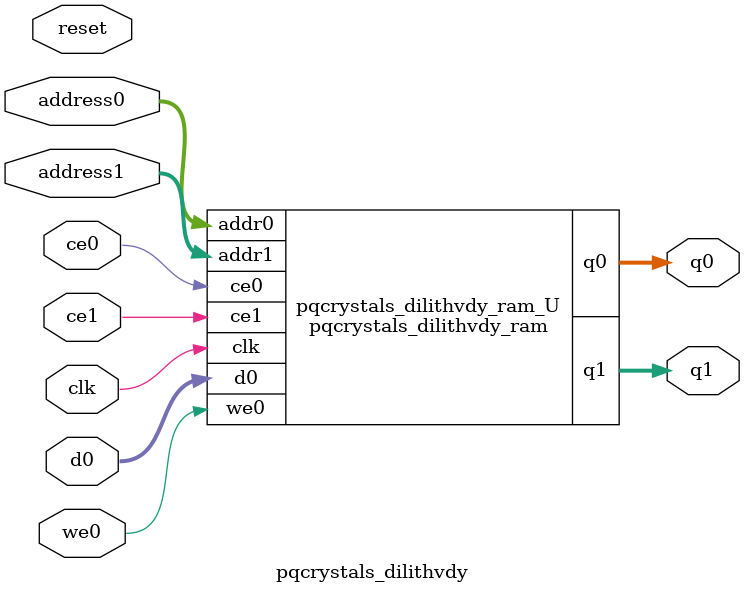
<source format=v>
`timescale 1 ns / 1 ps
module pqcrystals_dilithvdy_ram (addr0, ce0, d0, we0, q0, addr1, ce1, q1,  clk);

parameter DWIDTH = 32;
parameter AWIDTH = 10;
parameter MEM_SIZE = 1024;

input[AWIDTH-1:0] addr0;
input ce0;
input[DWIDTH-1:0] d0;
input we0;
output reg[DWIDTH-1:0] q0;
input[AWIDTH-1:0] addr1;
input ce1;
output reg[DWIDTH-1:0] q1;
input clk;

(* ram_style = "block" *)reg [DWIDTH-1:0] ram[0:MEM_SIZE-1];




always @(posedge clk)  
begin 
    if (ce0) begin
        if (we0) 
            ram[addr0] <= d0; 
        q0 <= ram[addr0];
    end
end


always @(posedge clk)  
begin 
    if (ce1) begin
        q1 <= ram[addr1];
    end
end


endmodule

`timescale 1 ns / 1 ps
module pqcrystals_dilithvdy(
    reset,
    clk,
    address0,
    ce0,
    we0,
    d0,
    q0,
    address1,
    ce1,
    q1);

parameter DataWidth = 32'd32;
parameter AddressRange = 32'd1024;
parameter AddressWidth = 32'd10;
input reset;
input clk;
input[AddressWidth - 1:0] address0;
input ce0;
input we0;
input[DataWidth - 1:0] d0;
output[DataWidth - 1:0] q0;
input[AddressWidth - 1:0] address1;
input ce1;
output[DataWidth - 1:0] q1;



pqcrystals_dilithvdy_ram pqcrystals_dilithvdy_ram_U(
    .clk( clk ),
    .addr0( address0 ),
    .ce0( ce0 ),
    .we0( we0 ),
    .d0( d0 ),
    .q0( q0 ),
    .addr1( address1 ),
    .ce1( ce1 ),
    .q1( q1 ));

endmodule


</source>
